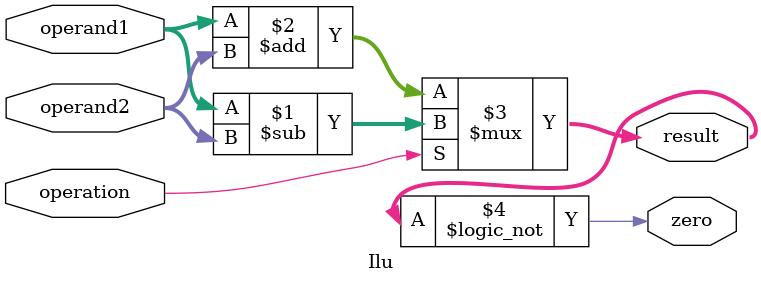
<source format=v>
module Ilu #(parameter OPERAND_SIZE=32)(
    input operation,
    input [OPERAND_SIZE-1:0] operand1,
    input [OPERAND_SIZE-1:0] operand2,
    output [OPERAND_SIZE-1:0] result,
    output zero);

    assign result =
        (operation)? operand1 - operand2 
        : operand1 + operand2;

    assign zero = (result == 0);

endmodule

</source>
